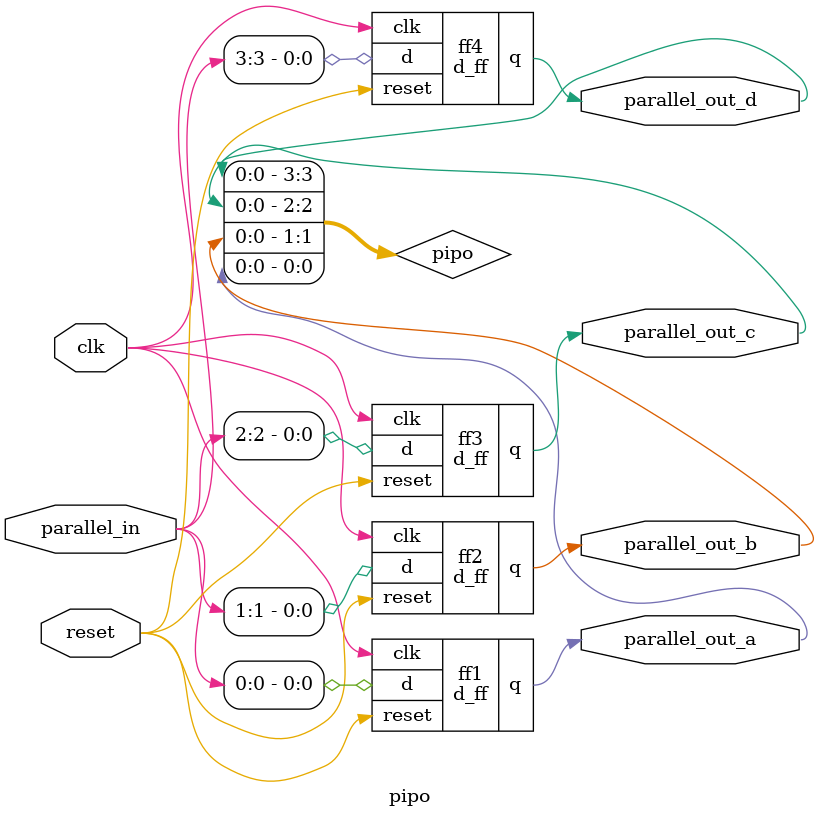
<source format=v>


module d_ff(input clk,reset,d,
       output reg q);
  
  always@(posedge clk or posedge reset) begin
    
    if(reset)
      q <= 1'b0;
    else 
      q <= d;
  end
endmodule


module pipo(input clk, reset,
            input [3:0]parallel_in,
            output reg parallel_out_a,
           parallel_out_b,
           parallel_out_c,
           
           parallel_out_d
           );
  
  reg[3:0] pipo;
  
  d_ff ff1(.clk(clk),.reset(reset),.d(parallel_in[0]),.q(pipo[0]));
  d_ff ff2(.clk(clk),.reset(reset),.d(parallel_in[1]),.q(pipo[1]));
  d_ff ff3(.clk(clk),.reset(reset),.d(parallel_in[2]),.q(pipo[2]));
  d_ff ff4(.clk(clk),.reset(reset),.d(parallel_in[3]),.q(pipo[3]));
  
  always@(*) begin
  
    parallel_out_a = pipo[0];
    parallel_out_b = pipo[1];
    parallel_out_c = pipo[2];
    parallel_out_d = pipo[3];
  end
  
endmodule



</source>
